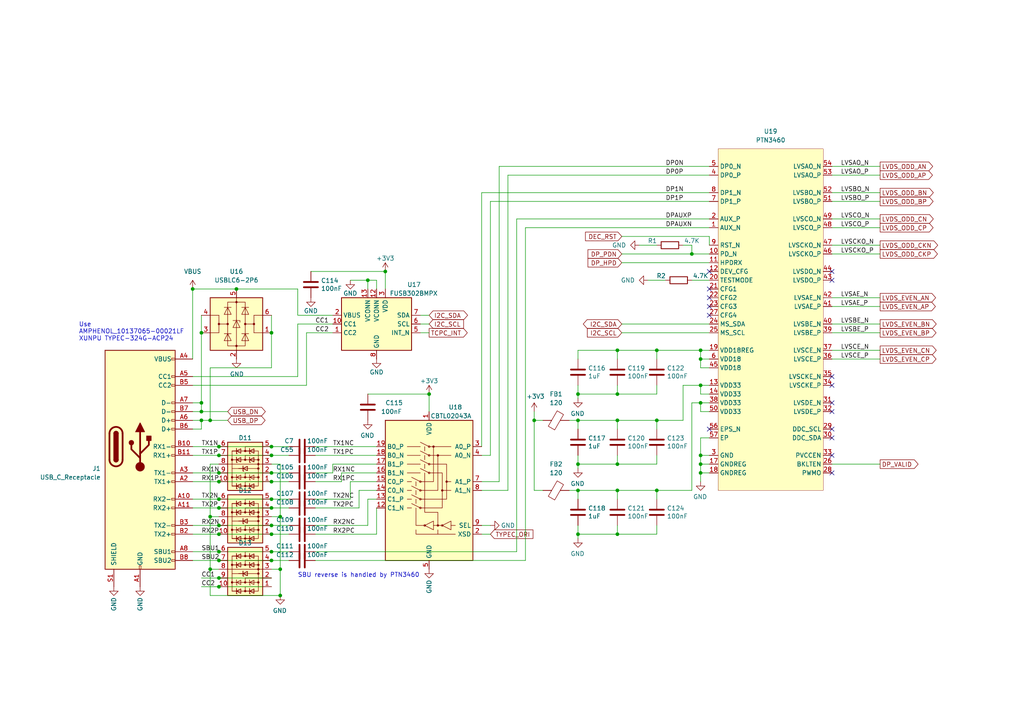
<source format=kicad_sch>
(kicad_sch (version 20230121) (generator eeschema)
  (paper "A4")
  (title_block (title "Caster EPDC") (date "2022-07-03") (rev "R0.4") (company "Copyright 2022 Modos / Engineer: Wenting Zhang"))
  (lib_symbols
    (symbol "Analog_Switch:CBTL02043A"
      (property "Reference" "U" (at -12.7 21.59 0))
      (property "Value" "CBTL02043A" (at 6.35 21.59 0))
      (symbol "CBTL02043A_1_1"
        (pin power_in line (at 0 22.86 270) (length 2.54) (name "VDD") (number "1"))
        (pin passive line (at 0 22.86 270) (length 2.54) hide (name "VDD") (number "10"))
        (pin passive line (at 0 -22.86 90) (length 2.54) hide (name "GND") (number "11"))
        (pin passive line (at 15.24 -5.08 180) (length 2.54) (name "C1_N") (number "12"))
        (pin passive line (at 15.24 -2.54 180) (length 2.54) (name "C1_P") (number "13"))
        (pin passive line (at 15.24 0 180) (length 2.54) (name "C0_N") (number "14"))
        (pin passive line (at 15.24 2.54 180) (length 2.54) (name "C0_P") (number "15"))
        (pin passive line (at 15.24 5.08 180) (length 2.54) (name "B1_N") (number "16"))
        (pin passive line (at 15.24 7.62 180) (length 2.54) (name "B1_P") (number "17"))
        (pin passive line (at 15.24 10.16 180) (length 2.54) (name "B0_N") (number "18"))
        (pin passive line (at 15.24 12.7 180) (length 2.54) (name "B0_P") (number "19"))
        (pin input line (at -15.24 -12.7 0) (length 2.54) (name "XSD") (number "2"))
        (pin passive line (at 0 -22.86 90) (length 2.54) hide (name "GND") (number "20"))
        (pin passive line (at 0 -22.86 90) (length 2.54) hide (name "GND") (number "21"))
        (pin passive line (at -15.24 12.7 0) (length 2.54) (name "A0_P") (number "3"))
        (pin passive line (at -15.24 10.16 0) (length 2.54) (name "A0_N") (number "4"))
        (pin power_in line (at 0 -22.86 90) (length 2.54) (name "GND") (number "5"))
        (pin passive line (at 0 22.86 270) (length 2.54) hide (name "VDD") (number "6"))
        (pin passive line (at -15.24 2.54 0) (length 2.54) (name "A1_P") (number "7"))
        (pin passive line (at -15.24 0 0) (length 2.54) (name "A1_N") (number "8"))
        (pin input line (at -15.24 -10.16 0) (length 2.54) (name "SEL") (number "9"))
      )
    )
    (symbol "Connector:USB_C_Receptacle" (pin_names (offset 1.016))
      (property "Reference" "J" (at -10.16 29.21 0))
      (property "Value" "USB_C_Receptacle" (at 10.16 29.21 0))
      (symbol "USB_C_Receptacle_1_1"
        (pin passive line (at 0 -40.64 90) (length 5.08) (name "GND") (number "A1"))
        (pin bidirectional line (at 15.24 -15.24 180) (length 5.08) (name "RX2-") (number "A10"))
        (pin bidirectional line (at 15.24 -17.78 180) (length 5.08) (name "RX2+") (number "A11"))
        (pin passive line (at 0 -40.64 90) (length 5.08) hide (name "GND") (number "A12"))
        (pin bidirectional line (at 15.24 -10.16 180) (length 5.08) (name "TX1+") (number "A2"))
        (pin bidirectional line (at 15.24 -7.62 180) (length 5.08) (name "TX1-") (number "A3"))
        (pin passive line (at 15.24 25.4 180) (length 5.08) (name "VBUS") (number "A4"))
        (pin bidirectional line (at 15.24 20.32 180) (length 5.08) (name "CC1") (number "A5"))
        (pin bidirectional line (at 15.24 7.62 180) (length 5.08) (name "D+") (number "A6"))
        (pin bidirectional line (at 15.24 12.7 180) (length 5.08) (name "D-") (number "A7"))
        (pin bidirectional line (at 15.24 -30.48 180) (length 5.08) (name "SBU1") (number "A8"))
        (pin passive line (at 15.24 25.4 180) (length 5.08) hide (name "VBUS") (number "A9"))
        (pin passive line (at 0 -40.64 90) (length 5.08) hide (name "GND") (number "B1"))
        (pin bidirectional line (at 15.24 0 180) (length 5.08) (name "RX1-") (number "B10"))
        (pin bidirectional line (at 15.24 -2.54 180) (length 5.08) (name "RX1+") (number "B11"))
        (pin passive line (at 0 -40.64 90) (length 5.08) hide (name "GND") (number "B12"))
        (pin bidirectional line (at 15.24 -25.4 180) (length 5.08) (name "TX2+") (number "B2"))
        (pin bidirectional line (at 15.24 -22.86 180) (length 5.08) (name "TX2-") (number "B3"))
        (pin passive line (at 15.24 25.4 180) (length 5.08) hide (name "VBUS") (number "B4"))
        (pin bidirectional line (at 15.24 17.78 180) (length 5.08) (name "CC2") (number "B5"))
        (pin bidirectional line (at 15.24 5.08 180) (length 5.08) (name "D+") (number "B6"))
        (pin bidirectional line (at 15.24 10.16 180) (length 5.08) (name "D-") (number "B7"))
        (pin bidirectional line (at 15.24 -33.02 180) (length 5.08) (name "SBU2") (number "B8"))
        (pin passive line (at 15.24 25.4 180) (length 5.08) hide (name "VBUS") (number "B9"))
        (pin passive line (at -7.62 -40.64 90) (length 5.08) (name "SHIELD") (number "S1"))
      )
    )
    (symbol "Device:C" (pin_numbers hide) (pin_names (offset 0.254))
      (property "Reference" "C" (at 0.635 2.54 0))
      (property "Value" "C" (at 0.635 -2.54 0))
      (symbol "C_1_1"
        (pin passive line (at 0 3.81 270) (length 2.794) (name "~") (number "1"))
        (pin passive line (at 0 -3.81 90) (length 2.794) (name "~") (number "2"))
      )
    )
    (symbol "Device:FerriteBead" (pin_numbers hide) (pin_names (offset 0))
      (property "Reference" "FB" (at -3.81 0.635 90))
      (property "Value" "FerriteBead" (at 3.81 0 90))
      (symbol "FerriteBead_1_1"
        (pin passive line (at 0 3.81 270) (length 2.54) (name "~") (number "1"))
        (pin passive line (at 0 -3.81 90) (length 2.54) (name "~") (number "2"))
      )
    )
    (symbol "Device:R" (pin_numbers hide) (pin_names (offset 0))
      (property "Reference" "R" (at 2.032 0 90))
      (property "Value" "R" (at 0 0 90))
      (symbol "R_1_1"
        (pin passive line (at 0 3.81 270) (length 1.27) (name "~") (number "1"))
        (pin passive line (at 0 -3.81 90) (length 1.27) (name "~") (number "2"))
      )
    )
    (symbol "Interface_USB:FUSB302BMPX"
      (property "Reference" "U" (at -10.16 8.89 0))
      (property "Value" "FUSB302BMPX" (at 3.81 8.89 0))
      (symbol "FUSB302BMPX_1_1"
        (pin bidirectional line (at 12.7 -2.54 180) (length 2.54) (name "CC2") (number "1"))
        (pin bidirectional line (at 12.7 0 180) (length 2.54) (name "CC1") (number "10"))
        (pin bidirectional line (at 12.7 0 180) (length 2.54) hide (name "CC1") (number "11"))
        (pin power_in line (at 0 10.16 270) (length 2.54) (name "VCONN") (number "12"))
        (pin power_in line (at 2.54 10.16 270) (length 2.54) (name "VCONN") (number "13"))
        (pin bidirectional line (at 12.7 -2.54 180) (length 2.54) hide (name "CC2") (number "14"))
        (pin passive line (at 0 -10.16 90) (length 2.54) hide (name "GND") (number "15"))
        (pin input line (at 12.7 2.54 180) (length 2.54) (name "VBUS") (number "2"))
        (pin power_in line (at -2.54 10.16 270) (length 2.54) (name "VDD") (number "3"))
        (pin passive line (at -2.54 10.16 270) (length 2.54) hide (name "VDD") (number "4"))
        (pin open_collector line (at -12.7 -2.54 0) (length 2.54) (name "INT_N") (number "5"))
        (pin input line (at -12.7 0 0) (length 2.54) (name "SCL") (number "6"))
        (pin bidirectional line (at -12.7 2.54 0) (length 2.54) (name "SDA") (number "7"))
        (pin power_in line (at 0 -10.16 90) (length 2.54) (name "GND") (number "8"))
        (pin passive line (at 0 -10.16 90) (length 2.54) hide (name "GND") (number "9"))
      )
    )
    (symbol "Power_Protection:USBLC6-2P6" (pin_names hide)
      (property "Reference" "U" (at 2.54 8.89 0))
      (property "Value" "USBLC6-2P6" (at 2.54 -8.89 0))
      (symbol "USBLC6-2P6_1_1"
        (pin passive line (at -10.16 -2.54 0) (length 2.54) (name "I/O1") (number "1"))
        (pin passive line (at 0 -10.16 90) (length 2.54) (name "GND") (number "2"))
        (pin passive line (at 10.16 -2.54 180) (length 2.54) (name "I/O2") (number "3"))
        (pin passive line (at 10.16 2.54 180) (length 2.54) (name "I/O2") (number "4"))
        (pin passive line (at 0 10.16 270) (length 2.54) (name "VBUS") (number "5"))
        (pin passive line (at -10.16 2.54 0) (length 2.54) (name "I/O1") (number "6"))
      )
    )
    (symbol "power:+3V3" (power) (pin_names (offset 0))
      (property "Value" "+3V3" (at 0 3.556 0))
      (symbol "+3V3_1_1"
        (pin power_in line (at 0 0 90) (length 0) hide (name "+3V3") (number "1"))
      )
    )
    (symbol "power:GND" (power) (pin_names (offset 0))
      (property "Value" "GND" (at 0 -3.81 0))
      (symbol "GND_1_1"
        (pin power_in line (at 0 0 270) (length 0) hide (name "GND") (number "1"))
      )
    )
    (symbol "power:VBUS" (power) (pin_names (offset 0))
      (property "Value" "VBUS" (at 0 3.81 0))
      (symbol "VBUS_1_1"
        (pin power_in line (at 0 0 90) (length 0) hide (name "VBUS") (number "1"))
      )
    )
    (symbol "symbols:PTN3460"
      (property "Reference" "U" (at 0 0 0))
      (property "Value" "PTN3460" (at 0 -2.54 0))
      (symbol "PTN3460_1_1"
        (pin bidirectional line (at -17.78 -27.94 0) (length 2.54) (name "AUX_N") (number "1"))
        (pin input line (at -17.78 -35.56 0) (length 2.54) (name "PD_N") (number "10"))
        (pin input line (at -17.78 -38.1 0) (length 2.54) (name "HPDRX") (number "11"))
        (pin input line (at -17.78 -40.64 0) (length 2.54) (name "DEV_CFG") (number "12"))
        (pin power_in line (at -17.78 -73.66 0) (length 2.54) (name "VDD33") (number "13"))
        (pin power_in line (at -17.78 -76.2 0) (length 2.54) (name "VDD33") (number "14"))
        (pin input line (at 0 -93.98 0) (length 2.54) hide (name "NC") (number "15"))
        (pin input line (at 0 -96.52 0) (length 2.54) hide (name "NC") (number "16"))
        (pin power_in line (at -17.78 -96.52 0) (length 2.54) (name "GNDREG") (number "17"))
        (pin power_in line (at -17.78 -99.06 0) (length 2.54) (name "GNDREG") (number "18"))
        (pin power_out line (at -17.78 -63.5 0) (length 2.54) (name "VDD18REG") (number "19"))
        (pin bidirectional line (at -17.78 -25.4 0) (length 2.54) (name "AUX_P") (number "2"))
        (pin input line (at -17.78 -43.18 0) (length 2.54) (name "TESTMODE") (number "20"))
        (pin input line (at -17.78 -45.72 0) (length 2.54) (name "CFG1") (number "21"))
        (pin input line (at -17.78 -48.26 0) (length 2.54) (name "CFG2") (number "22"))
        (pin input line (at -17.78 -50.8 0) (length 2.54) (name "CFG3") (number "23"))
        (pin input line (at -17.78 -55.88 0) (length 2.54) (name "MS_SDA") (number "24"))
        (pin input line (at -17.78 -58.42 0) (length 2.54) (name "MS_SCL") (number "25"))
        (pin output line (at 17.78 -96.52 180) (length 2.54) (name "BKLTEN") (number "26"))
        (pin input line (at -17.78 -53.34 0) (length 2.54) (name "CFG4") (number "27"))
        (pin output line (at 17.78 -99.06 180) (length 2.54) (name "PWMO") (number "28"))
        (pin open_collector line (at 17.78 -86.36 180) (length 2.54) (name "DDC_SCL") (number "29"))
        (pin power_in line (at -17.78 -93.98 0) (length 2.54) (name "GND") (number "3"))
        (pin open_collector line (at 17.78 -88.9 180) (length 2.54) (name "DDC_SDA") (number "30"))
        (pin output line (at 17.78 -78.74 180) (length 2.54) (name "LVSDE_N") (number "31"))
        (pin output line (at 17.78 -81.28 180) (length 2.54) (name "LVSDE_P") (number "32"))
        (pin output line (at 17.78 -93.98 180) (length 2.54) (name "PVCCEN") (number "33"))
        (pin output line (at 17.78 -73.66 180) (length 2.54) (name "LVSCKE_P") (number "34"))
        (pin output line (at 17.78 -71.12 180) (length 2.54) (name "LVSCKE_N") (number "35"))
        (pin output line (at 17.78 -66.04 180) (length 2.54) (name "LVSCE_P") (number "36"))
        (pin output line (at 17.78 -63.5 180) (length 2.54) (name "LVSCE_N") (number "37"))
        (pin power_in line (at -17.78 -78.74 0) (length 2.54) (name "VDD33") (number "38"))
        (pin output line (at 17.78 -58.42 180) (length 2.54) (name "LVSBE_P") (number "39"))
        (pin input line (at -17.78 -12.7 0) (length 2.54) (name "DP0_P") (number "4"))
        (pin output line (at 17.78 -55.88 180) (length 2.54) (name "LVSBE_N") (number "40"))
        (pin output line (at 17.78 -50.8 180) (length 2.54) (name "LVSAE_P") (number "41"))
        (pin output line (at 17.78 -48.26 180) (length 2.54) (name "LVSAE_N") (number "42"))
        (pin output line (at 17.78 -43.18 180) (length 2.54) (name "LVSDO_P") (number "43"))
        (pin output line (at 17.78 -40.64 180) (length 2.54) (name "LVSDO_N") (number "44"))
        (pin power_in line (at -17.78 -68.58 0) (length 2.54) (name "VDD18") (number "45"))
        (pin output line (at 17.78 -35.56 180) (length 2.54) (name "LVSCKO_P") (number "46"))
        (pin output line (at 17.78 -33.02 180) (length 2.54) (name "LVSCKO_N") (number "47"))
        (pin output line (at 17.78 -27.94 180) (length 2.54) (name "LVSCO_P") (number "48"))
        (pin output line (at 17.78 -25.4 180) (length 2.54) (name "LVSCO_N") (number "49"))
        (pin input line (at -17.78 -10.16 0) (length 2.54) (name "DP0_N") (number "5"))
        (pin power_in line (at -17.78 -81.28 0) (length 2.54) (name "VDD33") (number "50"))
        (pin output line (at 17.78 -20.32 180) (length 2.54) (name "LVSBO_P") (number "51"))
        (pin output line (at 17.78 -17.78 180) (length 2.54) (name "LVSBO_N") (number "52"))
        (pin output line (at 17.78 -12.7 180) (length 2.54) (name "LVSAO_P") (number "53"))
        (pin output line (at 17.78 -10.16 180) (length 2.54) (name "LVSAO_N") (number "54"))
        (pin input line (at 0 -99.06 0) (length 2.54) hide (name "NC") (number "55"))
        (pin input line (at -17.78 -86.36 0) (length 2.54) (name "EPS_N") (number "56"))
        (pin input line (at -17.78 -88.9 0) (length 2.54) (name "EP") (number "57"))
        (pin power_in line (at -17.78 -66.04 0) (length 2.54) (name "VDD18") (number "6"))
        (pin input line (at -17.78 -20.32 0) (length 2.54) (name "DP1_P") (number "7"))
        (pin input line (at -17.78 -17.78 0) (length 2.54) (name "DP1_N") (number "8"))
        (pin input line (at -17.78 -33.02 0) (length 2.54) (name "RST_N") (number "9"))
      )
    )
    (symbol "symbols:RCLAMP0524P" (pin_names hide)
      (property "Reference" "D" (at 7.62 1.27 0))
      (property "Value" "RCLAMP0524P" (at 7.62 -0.635 0))
      (symbol "RCLAMP0524P_0_0"
        (pin passive line (at 0 -7.62 90) (length 2.54) (name "GND") (number "3"))
      )
      (symbol "RCLAMP0524P_1_1"
        (pin passive line (at -5.08 -7.62 90) (length 2.54) (name "IO1") (number "1"))
        (pin passive line (at -5.08 7.62 270) (length 2.54) (name "NC4") (number "10"))
        (pin passive line (at -2.54 -7.62 90) (length 2.54) (name "IO2") (number "2"))
        (pin passive line (at 2.54 -7.62 90) (length 2.54) (name "IO3") (number "4"))
        (pin passive line (at 5.08 -7.62 90) (length 2.54) (name "IO4") (number "5"))
        (pin passive line (at 5.08 7.62 270) (length 2.54) (name "NC1") (number "6"))
        (pin passive line (at 2.54 7.62 270) (length 2.54) (name "NC2") (number "7"))
        (pin passive line (at 0 7.62 270) (length 2.54) (name "GND") (number "8"))
        (pin passive line (at -2.54 7.62 270) (length 2.54) (name "NC3") (number "9"))
      )
    )
  )
  (junction (at 167.64 142.24) (diameter 0.9144))
  (junction (at 179.07 101.6) (diameter 0.9144))
  (junction (at 78.74 144.78))
  (junction (at 78.74 132.08))
  (junction (at 60.96 121.92))
  (junction (at 58.42 116.84))
  (junction (at 63.5 129.54))
  (junction (at 167.64 134.62) (diameter 0.9144))
  (junction (at 179.07 154.94) (diameter 0.9144))
  (junction (at 63.5 137.16))
  (junction (at 78.74 147.32))
  (junction (at 81.28 165.1))
  (junction (at 203.2 134.62) (diameter 0.9144))
  (junction (at 78.74 139.7))
  (junction (at 78.74 154.94))
  (junction (at 63.5 147.32))
  (junction (at 78.74 137.16))
  (junction (at 63.5 170.18))
  (junction (at 203.2 116.84) (diameter 0.9144))
  (junction (at 58.42 96.52))
  (junction (at 78.74 152.4))
  (junction (at 111.76 78.74))
  (junction (at 78.74 162.56))
  (junction (at 63.5 144.78))
  (junction (at 203.2 104.14) (diameter 0.9144))
  (junction (at 68.58 83.82))
  (junction (at 106.68 81.28))
  (junction (at 179.07 142.24) (diameter 0.9144))
  (junction (at 81.28 172.72))
  (junction (at 167.64 121.92) (diameter 0.9144))
  (junction (at 78.74 129.54))
  (junction (at 63.5 132.08))
  (junction (at 63.5 152.4))
  (junction (at 179.07 134.62) (diameter 0.9144))
  (junction (at 81.28 149.86))
  (junction (at 203.2 132.08) (diameter 0.9144))
  (junction (at 60.96 149.86))
  (junction (at 63.5 139.7))
  (junction (at 124.46 114.3))
  (junction (at 203.2 137.16) (diameter 0.9144))
  (junction (at 63.5 162.56))
  (junction (at 167.64 154.94) (diameter 0.9144))
  (junction (at 63.5 167.64))
  (junction (at 58.42 121.92))
  (junction (at 179.07 114.3) (diameter 0.9144))
  (junction (at 154.94 121.92) (diameter 0.9144))
  (junction (at 190.5 142.24) (diameter 0.9144))
  (junction (at 200.66 73.66))
  (junction (at 78.74 96.52))
  (junction (at 63.5 160.02))
  (junction (at 78.74 160.02))
  (junction (at 203.2 101.6) (diameter 0.9144))
  (junction (at 60.96 165.1))
  (junction (at 167.64 114.3) (diameter 0.9144))
  (junction (at 63.5 154.94))
  (junction (at 55.88 83.82))
  (junction (at 190.5 121.92) (diameter 0.9144))
  (junction (at 58.42 119.38))
  (junction (at 179.07 121.92) (diameter 0.9144))
  (junction (at 190.5 101.6) (diameter 0.9144))
  (junction (at 203.2 111.76) (diameter 0.9144))
  (no_connect (at 241.3 78.74))
  (no_connect (at 205.74 91.44))
  (no_connect (at 241.3 111.76))
  (no_connect (at 241.3 124.46))
  (no_connect (at 205.74 88.9))
  (no_connect (at 241.3 127))
  (no_connect (at 241.3 81.28))
  (no_connect (at 205.74 86.36))
  (no_connect (at 205.74 78.74))
  (no_connect (at 241.3 119.38))
  (no_connect (at 241.3 132.08))
  (no_connect (at 205.74 83.82))
  (no_connect (at 205.74 124.46))
  (no_connect (at 241.3 109.22))
  (no_connect (at 241.3 116.84))
  (no_connect (at 241.3 137.16))
  (wire (pts (xy 96.52 134.62) (xy 109.22 134.62)))
  (wire (pts (xy 187.96 81.28) (xy 193.04 81.28)))
  (wire (pts (xy 78.74 96.52) (xy 78.74 91.44)))
  (wire (pts (xy 81.28 149.86) (xy 81.28 165.1)))
  (wire (pts (xy 241.3 73.66) (xy 255.27 73.66)))
  (wire (pts (xy 78.74 106.68) (xy 60.96 106.68)))
  (wire (pts (xy 154.94 119.38) (xy 154.94 121.92)))
  (wire (pts (xy 241.3 101.6) (xy 255.27 101.6)))
  (wire (pts (xy 139.7 55.88) (xy 139.7 129.54)))
  (wire (pts (xy 167.64 142.24) (xy 167.64 144.78)))
  (wire (pts (xy 139.7 55.88) (xy 205.74 55.88)))
  (wire (pts (xy 99.06 137.16) (xy 99.06 139.7)))
  (wire (pts (xy 55.88 121.92) (xy 58.42 121.92)))
  (wire (pts (xy 147.32 50.8) (xy 205.74 50.8)))
  (wire (pts (xy 167.64 154.94) (xy 167.64 156.21)))
  (wire (pts (xy 205.74 68.58) (xy 205.74 71.12)))
  (wire (pts (xy 154.94 121.92) (xy 157.48 121.92)))
  (wire (pts (xy 205.74 114.3) (xy 203.2 114.3)))
  (wire (pts (xy 144.78 48.26) (xy 205.74 48.26)))
  (wire (pts (xy 63.5 152.4) (xy 78.74 152.4)))
  (wire (pts (xy 179.07 154.94) (xy 190.5 154.94)))
  (wire (pts (xy 154.94 142.24) (xy 157.48 142.24)))
  (wire (pts (xy 60.96 149.86) (xy 60.96 165.1)))
  (wire (pts (xy 203.2 119.38) (xy 203.2 116.84)))
  (wire (pts (xy 203.2 111.76) (xy 205.74 111.76)))
  (wire (pts (xy 121.92 91.44) (xy 124.46 91.44)))
  (wire (pts (xy 179.07 142.24) (xy 167.64 142.24)))
  (wire (pts (xy 58.42 121.92) (xy 60.96 121.92)))
  (wire (pts (xy 60.96 172.72) (xy 81.28 172.72)))
  (wire (pts (xy 203.2 137.16) (xy 205.74 137.16)))
  (wire (pts (xy 55.88 160.02) (xy 63.5 160.02)))
  (wire (pts (xy 241.3 58.42) (xy 255.27 58.42)))
  (wire (pts (xy 203.2 104.14) (xy 205.74 104.14)))
  (wire (pts (xy 78.74 152.4) (xy 83.82 152.4)))
  (wire (pts (xy 88.9 96.52) (xy 96.52 96.52)))
  (wire (pts (xy 96.52 137.16) (xy 91.44 137.16)))
  (wire (pts (xy 149.86 63.5) (xy 205.74 63.5)))
  (wire (pts (xy 139.7 132.08) (xy 142.24 132.08)))
  (wire (pts (xy 81.28 165.1) (xy 81.28 172.72)))
  (wire (pts (xy 190.5 132.08) (xy 190.5 134.62)))
  (wire (pts (xy 55.88 109.22) (xy 86.36 109.22)))
  (wire (pts (xy 55.88 154.94) (xy 63.5 154.94)))
  (wire (pts (xy 58.42 96.52) (xy 58.42 91.44)))
  (wire (pts (xy 200.66 81.28) (xy 205.74 81.28)))
  (wire (pts (xy 179.07 114.3) (xy 167.64 114.3)))
  (wire (pts (xy 55.88 119.38) (xy 58.42 119.38)))
  (wire (pts (xy 91.44 162.56) (xy 152.4 162.56)))
  (wire (pts (xy 55.88 152.4) (xy 63.5 152.4)))
  (wire (pts (xy 55.88 147.32) (xy 63.5 147.32)))
  (wire (pts (xy 179.07 101.6) (xy 179.07 104.14)))
  (wire (pts (xy 78.74 154.94) (xy 83.82 154.94)))
  (wire (pts (xy 180.34 68.58) (xy 205.74 68.58)))
  (wire (pts (xy 55.88 129.54) (xy 63.5 129.54)))
  (wire (pts (xy 63.5 139.7) (xy 78.74 139.7)))
  (wire (pts (xy 241.3 96.52) (xy 255.27 96.52)))
  (wire (pts (xy 200.66 116.84) (xy 203.2 116.84)))
  (wire (pts (xy 167.64 152.4) (xy 167.64 154.94)))
  (wire (pts (xy 58.42 119.38) (xy 58.42 116.84)))
  (wire (pts (xy 91.44 160.02) (xy 149.86 160.02)))
  (wire (pts (xy 91.44 132.08) (xy 109.22 132.08)))
  (wire (pts (xy 78.74 139.7) (xy 83.82 139.7)))
  (wire (pts (xy 203.2 132.08) (xy 205.74 132.08)))
  (wire (pts (xy 63.5 170.18) (xy 78.74 170.18)))
  (wire (pts (xy 190.5 142.24) (xy 179.07 142.24)))
  (wire (pts (xy 109.22 142.24) (xy 104.14 142.24)))
  (wire (pts (xy 104.14 142.24) (xy 104.14 147.32)))
  (wire (pts (xy 60.96 121.92) (xy 66.04 121.92)))
  (wire (pts (xy 58.42 167.64) (xy 63.5 167.64)))
  (wire (pts (xy 241.3 63.5) (xy 255.27 63.5)))
  (wire (pts (xy 55.88 162.56) (xy 63.5 162.56)))
  (wire (pts (xy 190.5 101.6) (xy 179.07 101.6)))
  (wire (pts (xy 78.74 160.02) (xy 83.82 160.02)))
  (wire (pts (xy 203.2 116.84) (xy 205.74 116.84)))
  (wire (pts (xy 152.4 66.04) (xy 205.74 66.04)))
  (wire (pts (xy 241.3 71.12) (xy 255.27 71.12)))
  (wire (pts (xy 63.5 154.94) (xy 78.74 154.94)))
  (wire (pts (xy 152.4 66.04) (xy 152.4 162.56)))
  (wire (pts (xy 198.12 71.12) (xy 200.66 71.12)))
  (wire (pts (xy 55.88 144.78) (xy 63.5 144.78)))
  (wire (pts (xy 179.07 154.94) (xy 167.64 154.94)))
  (wire (pts (xy 142.24 58.42) (xy 142.24 132.08)))
  (wire (pts (xy 179.07 152.4) (xy 179.07 154.94)))
  (wire (pts (xy 203.2 134.62) (xy 203.2 137.16)))
  (wire (pts (xy 167.64 111.76) (xy 167.64 114.3)))
  (wire (pts (xy 78.74 149.86) (xy 81.28 149.86)))
  (wire (pts (xy 121.92 96.52) (xy 124.46 96.52)))
  (wire (pts (xy 180.34 93.98) (xy 205.74 93.98)))
  (wire (pts (xy 203.2 101.6) (xy 205.74 101.6)))
  (wire (pts (xy 78.74 162.56) (xy 83.82 162.56)))
  (wire (pts (xy 60.96 165.1) (xy 60.96 172.72)))
  (wire (pts (xy 180.34 76.2) (xy 205.74 76.2)))
  (wire (pts (xy 58.42 124.46) (xy 58.42 121.92)))
  (wire (pts (xy 203.2 137.16) (xy 203.2 139.7)))
  (wire (pts (xy 139.7 142.24) (xy 147.32 142.24)))
  (wire (pts (xy 190.5 111.76) (xy 190.5 114.3)))
  (wire (pts (xy 78.74 129.54) (xy 83.82 129.54)))
  (wire (pts (xy 149.86 63.5) (xy 149.86 160.02)))
  (wire (pts (xy 106.68 114.3) (xy 124.46 114.3)))
  (wire (pts (xy 63.5 167.64) (xy 78.74 167.64)))
  (wire (pts (xy 203.2 127) (xy 203.2 132.08)))
  (wire (pts (xy 198.12 111.76) (xy 203.2 111.76)))
  (wire (pts (xy 200.66 71.12) (xy 200.66 73.66)))
  (wire (pts (xy 58.42 116.84) (xy 58.42 96.52)))
  (wire (pts (xy 55.88 111.76) (xy 88.9 111.76)))
  (wire (pts (xy 190.5 101.6) (xy 203.2 101.6)))
  (wire (pts (xy 190.5 152.4) (xy 190.5 154.94)))
  (wire (pts (xy 109.22 81.28) (xy 109.22 83.82)))
  (wire (pts (xy 179.07 142.24) (xy 179.07 144.78)))
  (wire (pts (xy 63.5 137.16) (xy 78.74 137.16)))
  (wire (pts (xy 121.92 93.98) (xy 124.46 93.98)))
  (wire (pts (xy 90.17 78.74) (xy 111.76 78.74)))
  (wire (pts (xy 63.5 129.54) (xy 78.74 129.54)))
  (wire (pts (xy 179.07 114.3) (xy 190.5 114.3)))
  (wire (pts (xy 190.5 142.24) (xy 190.5 144.78)))
  (wire (pts (xy 78.74 165.1) (xy 81.28 165.1)))
  (wire (pts (xy 167.64 132.08) (xy 167.64 134.62)))
  (wire (pts (xy 185.42 71.12) (xy 190.5 71.12)))
  (wire (pts (xy 241.3 66.04) (xy 255.27 66.04)))
  (wire (pts (xy 203.2 132.08) (xy 203.2 134.62)))
  (wire (pts (xy 106.68 144.78) (xy 106.68 152.4)))
  (wire (pts (xy 55.88 124.46) (xy 58.42 124.46)))
  (wire (pts (xy 241.3 134.62) (xy 255.27 134.62)))
  (wire (pts (xy 165.1 142.24) (xy 167.64 142.24)))
  (wire (pts (xy 86.36 91.44) (xy 86.36 83.82)))
  (wire (pts (xy 78.74 96.52) (xy 78.74 106.68)))
  (wire (pts (xy 91.44 139.7) (xy 99.06 139.7)))
  (wire (pts (xy 58.42 170.18) (xy 63.5 170.18)))
  (wire (pts (xy 241.3 50.8) (xy 255.27 50.8)))
  (wire (pts (xy 55.88 139.7) (xy 63.5 139.7)))
  (wire (pts (xy 179.07 121.92) (xy 167.64 121.92)))
  (wire (pts (xy 190.5 121.92) (xy 198.12 121.92)))
  (wire (pts (xy 144.78 48.26) (xy 144.78 139.7)))
  (wire (pts (xy 63.5 162.56) (xy 78.74 162.56)))
  (wire (pts (xy 91.44 147.32) (xy 104.14 147.32)))
  (wire (pts (xy 106.68 83.82) (xy 106.68 81.28)))
  (wire (pts (xy 179.07 134.62) (xy 167.64 134.62)))
  (wire (pts (xy 109.22 137.16) (xy 99.06 137.16)))
  (wire (pts (xy 63.5 149.86) (xy 60.96 149.86)))
  (wire (pts (xy 154.94 121.92) (xy 154.94 142.24)))
  (wire (pts (xy 91.44 129.54) (xy 109.22 129.54)))
  (wire (pts (xy 179.07 121.92) (xy 179.07 124.46)))
  (wire (pts (xy 109.22 147.32) (xy 109.22 154.94)))
  (wire (pts (xy 179.07 111.76) (xy 179.07 114.3)))
  (wire (pts (xy 78.74 132.08) (xy 83.82 132.08)))
  (wire (pts (xy 203.2 106.68) (xy 203.2 104.14)))
  (wire (pts (xy 167.64 114.3) (xy 167.64 115.57)))
  (wire (pts (xy 109.22 139.7) (xy 101.6 139.7)))
  (wire (pts (xy 91.44 152.4) (xy 106.68 152.4)))
  (wire (pts (xy 88.9 96.52) (xy 88.9 111.76)))
  (wire (pts (xy 55.88 83.82) (xy 55.88 104.14)))
  (wire (pts (xy 106.68 81.28) (xy 109.22 81.28)))
  (wire (pts (xy 139.7 152.4) (xy 142.24 152.4)))
  (wire (pts (xy 198.12 111.76) (xy 198.12 121.92)))
  (wire (pts (xy 190.5 121.92) (xy 179.07 121.92)))
  (wire (pts (xy 63.5 147.32) (xy 78.74 147.32)))
  (wire (pts (xy 241.3 55.88) (xy 255.27 55.88)))
  (wire (pts (xy 124.46 114.3) (xy 124.46 119.38)))
  (wire (pts (xy 167.64 101.6) (xy 167.64 104.14)))
  (wire (pts (xy 203.2 134.62) (xy 205.74 134.62)))
  (wire (pts (xy 241.3 86.36) (xy 255.27 86.36)))
  (wire (pts (xy 180.34 96.52) (xy 205.74 96.52)))
  (wire (pts (xy 86.36 93.98) (xy 86.36 109.22)))
  (wire (pts (xy 86.36 93.98) (xy 96.52 93.98)))
  (wire (pts (xy 241.3 48.26) (xy 255.27 48.26)))
  (wire (pts (xy 109.22 144.78) (xy 106.68 144.78)))
  (wire (pts (xy 147.32 50.8) (xy 147.32 142.24)))
  (wire (pts (xy 101.6 81.28) (xy 106.68 81.28)))
  (wire (pts (xy 190.5 121.92) (xy 190.5 124.46)))
  (wire (pts (xy 55.88 83.82) (xy 68.58 83.82)))
  (wire (pts (xy 78.74 147.32) (xy 83.82 147.32)))
  (wire (pts (xy 241.3 88.9) (xy 255.27 88.9)))
  (wire (pts (xy 55.88 137.16) (xy 63.5 137.16)))
  (wire (pts (xy 63.5 132.08) (xy 78.74 132.08)))
  (wire (pts (xy 86.36 83.82) (xy 68.58 83.82)))
  (wire (pts (xy 91.44 144.78) (xy 101.6 144.78)))
  (wire (pts (xy 190.5 101.6) (xy 190.5 104.14)))
  (wire (pts (xy 205.74 127) (xy 203.2 127)))
  (wire (pts (xy 139.7 139.7) (xy 144.78 139.7)))
  (wire (pts (xy 139.7 154.94) (xy 142.24 154.94)))
  (wire (pts (xy 55.88 116.84) (xy 58.42 116.84)))
  (wire (pts (xy 63.5 160.02) (xy 78.74 160.02)))
  (wire (pts (xy 60.96 165.1) (xy 63.5 165.1)))
  (wire (pts (xy 81.28 134.62) (xy 81.28 149.86)))
  (wire (pts (xy 78.74 134.62) (xy 81.28 134.62)))
  (wire (pts (xy 63.5 144.78) (xy 78.74 144.78)))
  (wire (pts (xy 60.96 106.68) (xy 60.96 121.92)))
  (wire (pts (xy 142.24 58.42) (xy 205.74 58.42)))
  (wire (pts (xy 203.2 104.14) (xy 203.2 101.6)))
  (wire (pts (xy 60.96 134.62) (xy 60.96 149.86)))
  (wire (pts (xy 179.07 101.6) (xy 167.64 101.6)))
  (wire (pts (xy 167.64 121.92) (xy 167.64 124.46)))
  (wire (pts (xy 96.52 91.44) (xy 86.36 91.44)))
  (wire (pts (xy 205.74 106.68) (xy 203.2 106.68)))
  (wire (pts (xy 180.34 73.66) (xy 200.66 73.66)))
  (wire (pts (xy 179.07 134.62) (xy 190.5 134.62)))
  (wire (pts (xy 111.76 78.74) (xy 111.76 83.82)))
  (wire (pts (xy 241.3 104.14) (xy 255.27 104.14)))
  (wire (pts (xy 101.6 139.7) (xy 101.6 144.78)))
  (wire (pts (xy 96.52 134.62) (xy 96.52 137.16)))
  (wire (pts (xy 179.07 132.08) (xy 179.07 134.62)))
  (wire (pts (xy 203.2 114.3) (xy 203.2 111.76)))
  (wire (pts (xy 200.66 142.24) (xy 200.66 116.84)))
  (wire (pts (xy 200.66 73.66) (xy 205.74 73.66)))
  (wire (pts (xy 55.88 132.08) (xy 63.5 132.08)))
  (wire (pts (xy 165.1 121.92) (xy 167.64 121.92)))
  (wire (pts (xy 58.42 119.38) (xy 66.04 119.38)))
  (wire (pts (xy 241.3 93.98) (xy 255.27 93.98)))
  (wire (pts (xy 63.5 134.62) (xy 60.96 134.62)))
  (wire (pts (xy 203.2 119.38) (xy 205.74 119.38)))
  (wire (pts (xy 190.5 142.24) (xy 200.66 142.24)))
  (wire (pts (xy 78.74 137.16) (xy 83.82 137.16)))
  (wire (pts (xy 78.74 144.78) (xy 83.82 144.78)))
  (wire (pts (xy 167.64 134.62) (xy 167.64 135.89)))
  (wire (pts (xy 91.44 154.94) (xy 109.22 154.94)))
  (text "Use\nAMPHENOL_10137065-00021LF\nXUNPU TYPEC-324G-ACP24" (at 22.86 99.06 0) (effects (font (size 1.27 1.27)) (justify left bottom)))
  (text "SBU reverse is handled by PTN3460" (at 86.36 167.64 0) (effects (font (size 1.27 1.27)) (justify left bottom)))
  (label "DPAUXN" (at 193.04 66.04 0))
  (label "LVSBO_N" (at 243.84 55.88 0))
  (label "RX2N" (at 58.42 152.4 0))
  (label "LVSCKO_P" (at 243.84 73.66 0))
  (label "TX2P" (at 58.42 147.32 0))
  (label "RX1PC" (at 96.52 139.7 0))
  (label "LVSAE_N" (at 243.84 86.36 0))
  (label "LVSCE_P" (at 243.84 104.14 0))
  (label "SBU1" (at 58.42 160.02 0))
  (label "LVSCO_P" (at 243.84 66.04 0))
  (label "TX1PC" (at 96.52 132.08 0))
  (label "TX1N" (at 58.42 129.54 0))
  (label "LVSBO_P" (at 243.84 58.42 0))
  (label "DP0N" (at 193.04 48.26 0))
  (label "DP0P" (at 193.04 50.8 0))
  (label "RX1P" (at 58.42 139.7 0))
  (label "TX1NC" (at 96.52 129.54 0))
  (label "RX2P" (at 58.42 154.94 0))
  (label "RX2NC" (at 96.52 152.4 0))
  (label "TX2N" (at 58.42 144.78 0))
  (label "CC1" (at 91.44 93.98 0))
  (label "TX2PC" (at 96.52 147.32 0))
  (label "TX1P" (at 58.42 132.08 0))
  (label "TX2NC" (at 96.52 144.78 0))
  (label "LVSAO_P" (at 243.84 50.8 0))
  (label "RX1NC" (at 96.52 137.16 0))
  (label "RX2PC" (at 96.52 154.94 0))
  (label "LVSAO_N" (at 243.84 48.26 0))
  (label "DP1N" (at 193.04 55.88 0))
  (label "LVSBE_P" (at 243.84 96.52 0))
  (label "CC2" (at 91.44 96.52 0))
  (label "CC2" (at 58.42 170.18 0))
  (label "CC1" (at 58.42 167.64 0))
  (label "DPAUXP" (at 193.04 63.5 0))
  (label "RX1N" (at 58.42 137.16 0))
  (label "DP1P" (at 193.04 58.42 0))
  (label "LVSCO_N" (at 243.84 63.5 0))
  (label "LVSCKO_N" (at 243.84 71.12 0))
  (label "LVSCE_N" (at 243.84 101.6 0))
  (label "LVSBE_N" (at 243.84 93.98 0))
  (label "SBU2" (at 58.42 162.56 0))
  (label "LVSAE_P" (at 243.84 88.9 0))
  (global_label "TYPEC_ORI" (shape input) (at 142.24 154.94 0) (property "Intersheetrefs" "${INTERSHEET_REFS}" (effects hide)))
  (global_label "LVDS_ODD_BP" (shape output) (at 255.27 58.42 0) (property "Intersheetrefs" "${INTERSHEET_REFS}" (effects hide)))
  (global_label "LVDS_ODD_AP" (shape output) (at 255.27 50.8 0) (property "Intersheetrefs" "${INTERSHEET_REFS}" (effects hide)))
  (global_label "LVDS_ODD_CKP" (shape output) (at 255.27 73.66 0) (property "Intersheetrefs" "${INTERSHEET_REFS}" (effects hide)))
  (global_label "TCPC_INT" (shape output) (at 124.46 96.52 0) (property "Intersheetrefs" "${INTERSHEET_REFS}" (effects hide)))
  (global_label "DP_PDN" (shape input) (at 180.34 73.66 180) (property "Intersheetrefs" "${INTERSHEET_REFS}" (effects hide)))
  (global_label "LVDS_ODD_CP" (shape output) (at 255.27 66.04 0) (property "Intersheetrefs" "${INTERSHEET_REFS}" (effects hide)))
  (global_label "LVDS_ODD_CKN" (shape output) (at 255.27 71.12 0) (property "Intersheetrefs" "${INTERSHEET_REFS}" (effects hide)))
  (global_label "I2C_SCL" (shape input) (at 124.46 93.98 0) (property "Intersheetrefs" "${INTERSHEET_REFS}" (effects hide)))
  (global_label "LVDS_ODD_AN" (shape output) (at 255.27 48.26 0) (property "Intersheetrefs" "${INTERSHEET_REFS}" (effects hide)))
  (global_label "LVDS_ODD_CN" (shape output) (at 255.27 63.5 0) (property "Intersheetrefs" "${INTERSHEET_REFS}" (effects hide)))
  (global_label "I2C_SDA" (shape bidirectional) (at 180.34 93.98 180) (property "Intersheetrefs" "${INTERSHEET_REFS}" (effects hide)))
  (global_label "LVDS_EVEN_CP" (shape output) (at 255.27 104.14 0) (property "Intersheetrefs" "${INTERSHEET_REFS}" (effects hide)))
  (global_label "USB_DP" (shape bidirectional) (at 66.04 121.92 0) (property "Intersheetrefs" "${INTERSHEET_REFS}" (effects hide)))
  (global_label "LVDS_EVEN_BP" (shape output) (at 255.27 96.52 0) (property "Intersheetrefs" "${INTERSHEET_REFS}" (effects hide)))
  (global_label "LVDS_ODD_BN" (shape output) (at 255.27 55.88 0) (property "Intersheetrefs" "${INTERSHEET_REFS}" (effects hide)))
  (global_label "LVDS_EVEN_AP" (shape output) (at 255.27 88.9 0) (property "Intersheetrefs" "${INTERSHEET_REFS}" (effects hide)))
  (global_label "LVDS_EVEN_BN" (shape output) (at 255.27 93.98 0) (property "Intersheetrefs" "${INTERSHEET_REFS}" (effects hide)))
  (global_label "I2C_SDA" (shape bidirectional) (at 124.46 91.44 0) (property "Intersheetrefs" "${INTERSHEET_REFS}" (effects hide)))
  (global_label "LVDS_EVEN_AN" (shape output) (at 255.27 86.36 0) (property "Intersheetrefs" "${INTERSHEET_REFS}" (effects hide)))
  (global_label "USB_DN" (shape bidirectional) (at 66.04 119.38 0) (property "Intersheetrefs" "${INTERSHEET_REFS}" (effects hide)))
  (global_label "DEC_RST" (shape input) (at 180.34 68.58 180) (property "Intersheetrefs" "${INTERSHEET_REFS}" (effects hide)))
  (global_label "LVDS_EVEN_CN" (shape output) (at 255.27 101.6 0) (property "Intersheetrefs" "${INTERSHEET_REFS}" (effects hide)))
  (global_label "DP_VALID" (shape output) (at 255.27 134.62 0) (property "Intersheetrefs" "${INTERSHEET_REFS}" (effects hide)))
  (global_label "I2C_SCL" (shape input) (at 180.34 96.52 180) (property "Intersheetrefs" "${INTERSHEET_REFS}" (effects hide)))
  (global_label "DP_HPD" (shape input) (at 180.34 76.2 180) (property "Intersheetrefs" "${INTERSHEET_REFS}" (effects hide)))
  (symbol (lib_id "power:GND") (at 101.6 81.28 0) (mirror y) (unit 1)
    (property "Reference" "#PWR0151" (effects hide))
    (property "Value" "GND" (at 101.6 85.09 0))
  )
  (symbol (lib_id "power:GND") (at 187.96 81.28 270) (unit 1)
    (property "Reference" "#PWR0162" (effects hide))
    (property "Value" "GND" (at 184.15 81.28 90) (effects (justify right)))
  )
  (symbol (lib_id "Device:C") (at 190.5 107.95 0) (unit 1)
    (property "Reference" "C122" (at 193.421 106.7816 0) (effects (justify left)))
    (property "Value" "100nF" (at 193.421 109.093 0) (effects (justify left)))
    (property "Footprint" "Capacitor_SMD:C_0402_1005Metric" (effects hide))
  )
  (symbol (lib_id "power:GND") (at 124.46 165.1 0) (unit 1)
    (property "Reference" "#PWR0154" (effects hide))
    (property "Value" "GND" (at 124.46 170.18 90))
  )
  (symbol (lib_id "power:GND") (at 81.28 172.72 0) (mirror y) (unit 1)
    (property "Reference" "#PWR0165" (effects hide))
    (property "Value" "GND" (at 81.153 177.1142 0))
  )
  (symbol (lib_id "power:GND") (at 167.64 156.21 0) (mirror y) (unit 1)
    (property "Reference" "#PWR0160" (effects hide))
    (property "Value" "GND" (at 167.513 160.6042 0))
  )
  (symbol (lib_id "Device:C") (at 87.63 137.16 90) (unit 1)
    (property "Reference" "C105" (at 85.1916 135.509 90) (effects (justify left)))
    (property "Value" "100nF" (at 95.123 135.509 90) (effects (justify left)))
    (property "Footprint" "Capacitor_SMD:C_0402_1005Metric" (effects hide))
  )
  (symbol (lib_id "power:GND") (at 68.58 104.14 0) (unit 1)
    (property "Reference" "#PWR014" (effects hide))
    (property "Value" "GND" (at 68.707 108.5342 0))
  )
  (symbol (lib_id "symbols:RCLAMP0524P") (at 71.12 149.86 90) (unit 1)
    (property "Reference" "D12" (at 71.12 142.24 90))
    (property "Value" "RCLAMP0524P" (effects hide))
    (property "Footprint" "Package_DFN_QFN:Diodes_UDFN-10_1.0x2.5mm_P0.5mm" (effects hide))
    (instances (project "pcb" (path "" (reference "D12") (unit 1)) (path "" (reference "D10") (unit 1))) (project "pcb" (path "" (reference "D4") (unit 1))))
  )
  (symbol (lib_id "Device:C") (at 190.5 148.59 0) (unit 1)
    (property "Reference" "C124" (at 193.421 147.4216 0) (effects (justify left)))
    (property "Value" "100nF" (at 193.421 149.733 0) (effects (justify left)))
    (property "Footprint" "Capacitor_SMD:C_0402_1005Metric" (effects hide))
  )
  (symbol (lib_id "Device:C") (at 106.68 118.11 0) (unit 1)
    (property "Reference" "C115" (at 111.76 116.84 0) (effects (justify left)))
    (property "Value" "100nF" (at 110.49 119.38 0) (effects (justify left)))
    (property "Footprint" "Capacitor_SMD:C_0402_1005Metric" (effects hide))
  )
  (symbol (lib_id "Analog_Switch:CBTL02043A") (at 124.46 142.24 0) (mirror y) (unit 1)
    (property "Reference" "U18" (at 132.08 118.11 0))
    (property "Value" "CBTL02043A" (at 130.81 120.65 0))
    (property "Footprint" "Package_DFN_QFN:WQFN-20-1EP_2.5x4.5mm_P0.5mm_EP1x2.9mm" (effects hide))
    (property "Datasheet" "https://www.nxp.com/docs/en/data-sheet/CBTL02043A_CBTL02043B.pdf" (effects hide))
  )
  (symbol (lib_id "symbols:PTN3460") (at 223.52 38.1 0) (unit 1)
    (property "Reference" "U19" (at 223.52 38.1 0))
    (property "Value" "PTN3460" (at 223.52 40.64 0))
    (property "Footprint" "Package_DFN_QFN:QFN-56-1EP_7x7mm_P0.4mm_EP5.6x5.6mm" (effects hide))
    (property "Datasheet" "https://www.nxp.com/docs/en/data-sheet/PTN3460.pdf" (effects hide))
  )
  (symbol (lib_id "Device:C") (at 90.17 82.55 0) (unit 1)
    (property "Reference" "C114" (at 93.091 81.382 0) (effects (justify left)))
    (property "Value" "100nF" (at 93.091 83.693 0) (effects (justify left)))
    (property "Footprint" "Capacitor_SMD:C_0402_1005Metric" (effects hide))
  )
  (symbol (lib_id "Device:C") (at 87.63 144.78 90) (unit 1)
    (property "Reference" "C107" (at 85.1916 143.129 90) (effects (justify left)))
    (property "Value" "100nF" (at 95.123 143.129 90) (effects (justify left)))
    (property "Footprint" "Capacitor_SMD:C_0402_1005Metric" (effects hide))
  )
  (symbol (lib_id "power:+3V3") (at 154.94 119.38 0) (unit 1)
    (property "Reference" "#PWR0157" (effects hide))
    (property "Value" "+3V3" (at 155.321 114.9858 0))
  )
  (symbol (lib_id "power:GND") (at 167.64 115.57 0) (mirror y) (unit 1)
    (property "Reference" "#PWR0158" (effects hide))
    (property "Value" "GND" (at 167.513 119.9642 0))
  )
  (symbol (lib_id "Power_Protection:USBLC6-2P6") (at 68.58 93.98 0) (mirror y) (unit 1)
    (property "Reference" "U16" (at 68.58 78.74 0))
    (property "Value" "USBLC6-2P6" (at 68.58 81.28 0))
    (property "Footprint" "Package_TO_SOT_SMD:SOT-666" (effects hide))
    (property "Datasheet" "https://www.st.com/resource/en/datasheet/usblc6-2.pdf" (effects hide))
  )
  (symbol (lib_id "Device:C") (at 87.63 139.7 90) (unit 1)
    (property "Reference" "C106" (at 85.1916 138.049 90) (effects (justify left)))
    (property "Value" "100nF" (at 95.123 138.049 90) (effects (justify left)))
    (property "Footprint" "Capacitor_SMD:C_0402_1005Metric" (effects hide))
  )
  (symbol (lib_id "power:GND") (at 33.02 170.18 0) (unit 1)
    (property "Reference" "#PWR01" (effects hide))
    (property "Value" "GND" (at 33.02 175.26 90))
  )
  (symbol (lib_id "Device:C") (at 190.5 128.27 0) (unit 1)
    (property "Reference" "C123" (at 193.421 127.1016 0) (effects (justify left)))
    (property "Value" "100nF" (at 193.421 129.413 0) (effects (justify left)))
    (property "Footprint" "Capacitor_SMD:C_0402_1005Metric" (effects hide))
  )
  (symbol (lib_id "Device:C") (at 179.07 148.59 0) (unit 1)
    (property "Reference" "C121" (at 181.991 147.4216 0) (effects (justify left)))
    (property "Value" "100nF" (at 181.991 149.733 0) (effects (justify left)))
    (property "Footprint" "Capacitor_SMD:C_0402_1005Metric" (effects hide))
  )
  (symbol (lib_id "Device:C") (at 87.63 152.4 90) (unit 1)
    (property "Reference" "C109" (at 85.1916 150.749 90) (effects (justify left)))
    (property "Value" "100nF" (at 95.123 150.749 90) (effects (justify left)))
    (property "Footprint" "Capacitor_SMD:C_0402_1005Metric" (effects hide))
  )
  (symbol (lib_id "power:GND") (at 90.17 86.36 0) (mirror y) (unit 1)
    (property "Reference" "#PWR0149" (effects hide))
    (property "Value" "GND" (at 90.17 90.17 0))
  )
  (symbol (lib_id "power:GND") (at 142.24 152.4 90) (mirror x) (unit 1)
    (property "Reference" "#PWR0156" (effects hide))
    (property "Value" "GND" (at 147.32 152.4 90))
  )
  (symbol (lib_id "Device:C") (at 87.63 147.32 90) (unit 1)
    (property "Reference" "C108" (at 85.1916 145.669 90) (effects (justify left)))
    (property "Value" "100nF" (at 95.123 145.669 90) (effects (justify left)))
    (property "Footprint" "Capacitor_SMD:C_0402_1005Metric" (effects hide))
  )
  (symbol (lib_id "symbols:RCLAMP0524P") (at 71.12 165.1 90) (unit 1)
    (property "Reference" "D13" (at 71.12 157.48 90))
    (property "Value" "RCLAMP0524P" (effects hide))
    (property "Footprint" "Package_DFN_QFN:Diodes_UDFN-10_1.0x2.5mm_P0.5mm" (effects hide))
    (instances (project "pcb" (path "" (reference "D13") (unit 1)) (path "" (reference "D10") (unit 1))) (project "pcb" (path "" (reference "D4") (unit 1))))
  )
  (symbol (lib_id "Device:R") (at 196.85 81.28 90) (unit 1)
    (property "Reference" "R2" (at 191.77 80.01 90))
    (property "Value" "4.7K" (at 203.2 80.01 90))
    (property "Footprint" "Resistor_SMD:R_0402_1005Metric" (effects hide))
  )
  (symbol (lib_id "symbols:RCLAMP0524P") (at 71.12 134.62 90) (unit 1)
    (property "Reference" "D11" (at 71.12 127 90))
    (property "Value" "RCLAMP0524P" (effects hide))
    (property "Footprint" "Package_DFN_QFN:Diodes_UDFN-10_1.0x2.5mm_P0.5mm" (effects hide))
    (instances (project "pcb" (path "" (reference "D11") (unit 1)) (path "" (reference "D10") (unit 1))) (project "pcb" (path "" (reference "D4") (unit 1))))
  )
  (symbol (lib_id "power:+3V3") (at 124.46 114.3 0) (unit 1)
    (property "Reference" "#PWR0153" (effects hide))
    (property "Value" "+3V3" (at 124.46 110.49 0))
  )
  (symbol (lib_id "Device:C") (at 87.63 160.02 90) (unit 1)
    (property "Reference" "C111" (at 85.1916 158.369 90) (effects (justify left)))
    (property "Value" "100nF" (at 95.123 158.369 90) (effects (justify left)))
    (property "Footprint" "Capacitor_SMD:C_0402_1005Metric" (effects hide))
  )
  (symbol (lib_id "Connector:USB_C_Receptacle") (at 40.64 129.54 0) (unit 1)
    (property "Reference" "J1" (at 29.21 135.89 0) (effects (justify right)))
    (property "Value" "USB_C_Receptacle" (at 29.21 138.43 0) (effects (justify right)))
    (property "Footprint" "footprints:AMPHENOL_10137065-00021LF" (effects hide))
    (property "Datasheet" "https://www.usb.org/sites/default/files/documents/usb_type-c.zip" (effects hide))
  )
  (symbol (lib_id "Device:FerriteBead") (at 161.29 142.24 90) (unit 1)
    (property "Reference" "FB2" (at 161.29 134.62 90))
    (property "Value" "120" (at 161.29 137.16 90))
    (property "Footprint" "Inductor_SMD:L_0603_1608Metric" (effects hide))
  )
  (symbol (lib_id "Device:C") (at 179.07 107.95 0) (unit 1)
    (property "Reference" "C119" (at 181.991 106.7816 0) (effects (justify left)))
    (property "Value" "100nF" (at 181.991 109.093 0) (effects (justify left)))
    (property "Footprint" "Capacitor_SMD:C_0402_1005Metric" (effects hide))
  )
  (symbol (lib_id "Device:C") (at 167.64 107.95 0) (unit 1)
    (property "Reference" "C116" (at 170.561 106.7816 0) (effects (justify left)))
    (property "Value" "1uF" (at 170.561 109.093 0) (effects (justify left)))
    (property "Footprint" "Capacitor_SMD:C_0402_1005Metric" (effects hide))
  )
  (symbol (lib_id "Device:C") (at 87.63 132.08 90) (unit 1)
    (property "Reference" "C55" (at 85.1916 130.429 90) (effects (justify left)))
    (property "Value" "100nF" (at 95.123 130.429 90) (effects (justify left)))
    (property "Footprint" "Capacitor_SMD:C_0402_1005Metric" (effects hide))
  )
  (symbol (lib_id "power:GND") (at 203.2 139.7 0) (mirror y) (unit 1)
    (property "Reference" "#PWR0163" (effects hide))
    (property "Value" "GND" (at 203.073 144.0942 0))
  )
  (symbol (lib_id "Device:C") (at 87.63 154.94 90) (unit 1)
    (property "Reference" "C110" (at 85.1916 153.289 90) (effects (justify left)))
    (property "Value" "100nF" (at 95.123 153.289 90) (effects (justify left)))
    (property "Footprint" "Capacitor_SMD:C_0402_1005Metric" (effects hide))
  )
  (symbol (lib_id "power:GND") (at 40.64 170.18 0) (unit 1)
    (property "Reference" "#PWR09" (effects hide))
    (property "Value" "GND" (at 40.64 175.26 90))
  )
  (symbol (lib_id "power:GND") (at 109.22 104.14 0) (mirror y) (unit 1)
    (property "Reference" "#PWR0152" (effects hide))
    (property "Value" "GND" (at 109.22 107.95 0))
  )
  (symbol (lib_id "power:VBUS") (at 55.88 83.82 0) (unit 1)
    (property "Reference" "#PWR0142" (effects hide))
    (property "Value" "VBUS" (at 55.88 78.74 0))
    (instances (project "pcb" (path "" (reference "#PWR0142") (unit 1)) (path "" (reference "#PWR013") (unit 1)) (path "" (reference "#PWR013") (unit 1))) (project "pcb" (path "" (reference "#PWR0171") (unit 1))))
  )
  (symbol (lib_id "power:+3V3") (at 111.76 78.74 0) (mirror y) (unit 1)
    (property "Reference" "#PWR0155" (effects hide))
    (property "Value" "+3V3" (at 111.76 74.93 0))
  )
  (symbol (lib_id "Device:C") (at 167.64 148.59 0) (unit 1)
    (property "Reference" "C118" (at 170.561 147.4216 0) (effects (justify left)))
    (property "Value" "1uF" (at 170.561 149.733 0) (effects (justify left)))
    (property "Footprint" "Capacitor_SMD:C_0402_1005Metric" (effects hide))
  )
  (symbol (lib_id "Device:R") (at 194.31 71.12 90) (unit 1)
    (property "Reference" "R1" (at 189.23 69.85 90))
    (property "Value" "4.7K" (at 200.66 69.85 90))
    (property "Footprint" "Resistor_SMD:R_0402_1005Metric" (effects hide))
  )
  (symbol (lib_id "Device:C") (at 87.63 129.54 90) (unit 1)
    (property "Reference" "C7" (at 85.1916 127.889 90) (effects (justify left)))
    (property "Value" "100nF" (at 95.123 127.889 90) (effects (justify left)))
    (property "Footprint" "Capacitor_SMD:C_0402_1005Metric" (effects hide))
  )
  (symbol (lib_id "power:GND") (at 185.42 71.12 270) (unit 1)
    (property "Reference" "#PWR0161" (effects hide))
    (property "Value" "GND" (at 181.61 71.12 90) (effects (justify right)))
  )
  (symbol (lib_id "Device:C") (at 87.63 162.56 90) (unit 1)
    (property "Reference" "C112" (at 85.1916 160.909 90) (effects (justify left)))
    (property "Value" "100nF" (at 95.123 160.909 90) (effects (justify left)))
    (property "Footprint" "Capacitor_SMD:C_0402_1005Metric" (effects hide))
  )
  (symbol (lib_id "power:GND") (at 167.64 135.89 0) (mirror y) (unit 1)
    (property "Reference" "#PWR0159" (effects hide))
    (property "Value" "GND" (at 167.513 140.2842 0))
  )
  (symbol (lib_id "Device:C") (at 179.07 128.27 0) (unit 1)
    (property "Reference" "C120" (at 181.991 127.1016 0) (effects (justify left)))
    (property "Value" "100nF" (at 181.991 129.413 0) (effects (justify left)))
    (property "Footprint" "Capacitor_SMD:C_0402_1005Metric" (effects hide))
  )
  (symbol (lib_id "Device:C") (at 167.64 128.27 0) (unit 1)
    (property "Reference" "C117" (at 170.561 127.1016 0) (effects (justify left)))
    (property "Value" "1uF" (at 170.561 129.413 0) (effects (justify left)))
    (property "Footprint" "Capacitor_SMD:C_0402_1005Metric" (effects hide))
  )
  (symbol (lib_id "power:GND") (at 106.68 121.92 0) (mirror y) (unit 1)
    (property "Reference" "#PWR0150" (effects hide))
    (property "Value" "GND" (at 106.553 126.3142 0))
  )
  (symbol (lib_id "Device:FerriteBead") (at 161.29 121.92 90) (unit 1)
    (property "Reference" "FB1" (at 161.29 114.3 90))
    (property "Value" "120" (at 161.29 116.84 90))
    (property "Footprint" "Inductor_SMD:L_0603_1608Metric" (effects hide))
  )
  (symbol (lib_id "Interface_USB:FUSB302BMPX") (at 109.22 93.98 0) (mirror y) (unit 1)
    (property "Reference" "U17" (at 118.11 82.55 0) (effects (justify right)))
    (property "Value" "FUSB302BMPX" (at 113.03 85.09 0) (effects (justify right)))
    (property "Footprint" "Package_DFN_QFN:WQFN-14-1EP_2.5x2.5mm_P0.5mm_EP1.45x1.45mm" (effects hide))
    (property "Datasheet" "http://www.onsemi.com/pub/Collateral/FUSB302B-D.PDF" (effects hide))
  )
)
</source>
